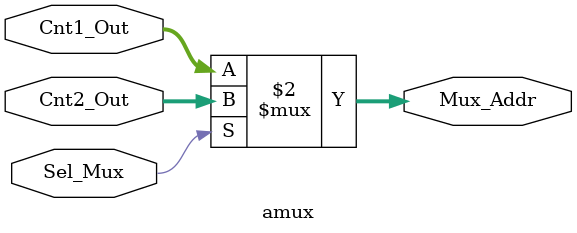
<source format=sv>
module amux (
  input   logic [7:0] Cnt1_Out,
  input   logic [7:0] Cnt2_Out,
  input   logic       Sel_Mux,
  output  logic [7:0] Mux_Addr
);

assign Mux_Addr = (Sel_Mux == 1'b1) ? Cnt2_Out : Cnt1_Out;

endmodule
</source>
